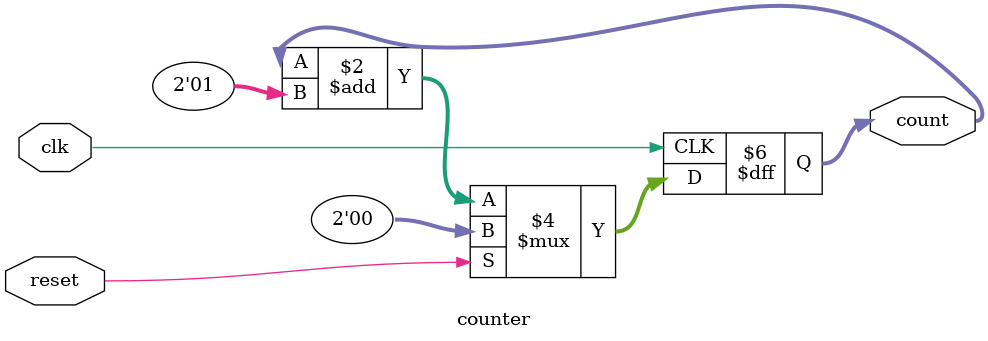
<source format=v>
module counter(
	input wire clk,
	input wire reset,
	output reg [1:0] count
);

	always @ (posedge clk) begin
		if (reset)
			count <= 2'd0;
		else
			count <= count + 2'd1;
	end

endmodule

</source>
